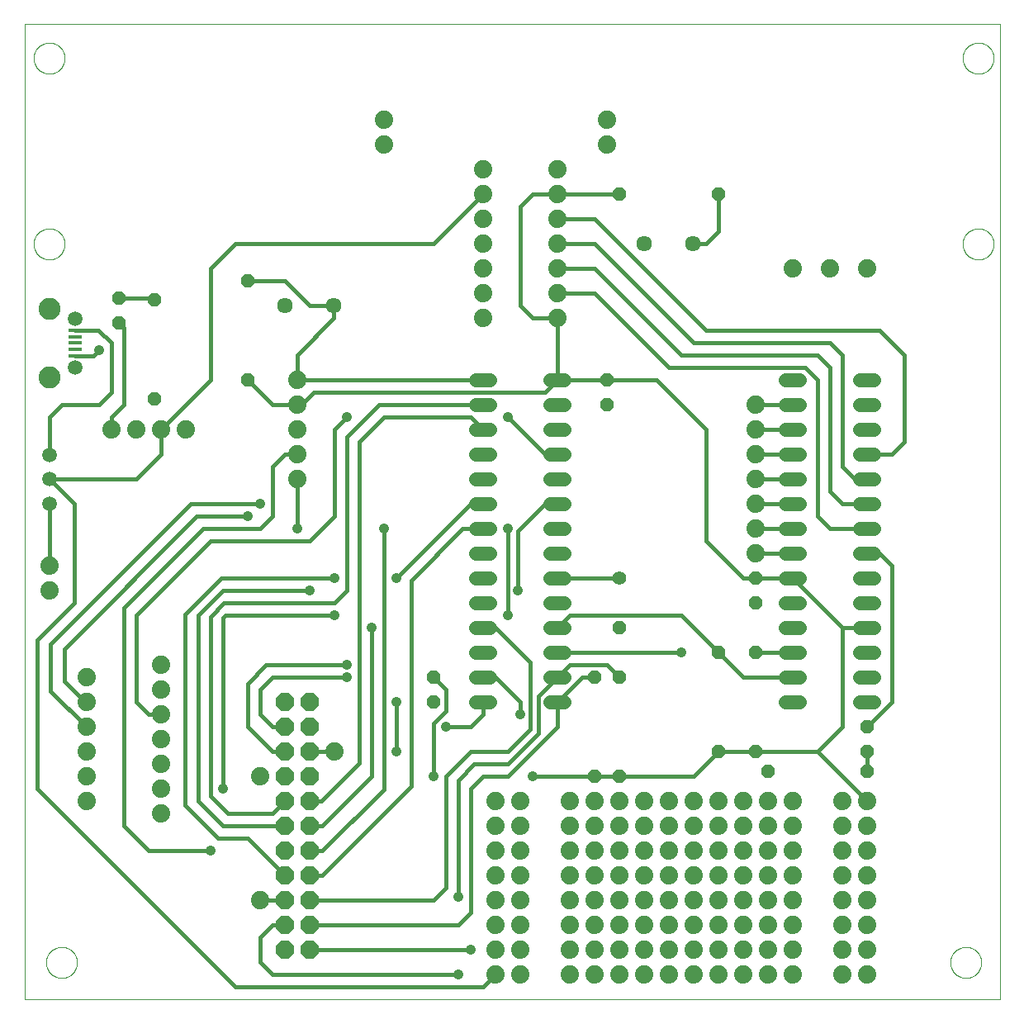
<source format=gtl>
G04 EAGLE Gerber RS-274X export*
G75*
%MOMM*%
%FSLAX34Y34*%
%LPD*%
%INTop Copper*%
%IPPOS*%
%AMOC8*
5,1,8,0,0,1.08239X$1,22.5*%
G01*
%ADD10C,0.000000*%
%ADD11C,1.422400*%
%ADD12R,1.350000X0.400000*%
%ADD13C,1.509600*%
%ADD14C,2.250000*%
%ADD15C,1.879600*%
%ADD16P,1.539592X8X112.500000*%
%ADD17C,1.609600*%
%ADD18P,1.539592X8X292.500000*%
%ADD19C,1.422400*%
%ADD20P,1.539592X8X22.500000*%
%ADD21P,1.539592X8X202.500000*%
%ADD22P,2.034460X8X112.500000*%
%ADD23C,1.058000*%
%ADD24C,0.406400*%


D10*
X0Y0D02*
X1000000Y0D01*
X1000000Y1000000D01*
X0Y1000000D01*
X0Y0D01*
X9525Y965200D02*
X9530Y965590D01*
X9544Y965979D01*
X9568Y966368D01*
X9601Y966756D01*
X9644Y967143D01*
X9697Y967529D01*
X9759Y967914D01*
X9830Y968297D01*
X9911Y968678D01*
X10001Y969057D01*
X10100Y969434D01*
X10209Y969808D01*
X10326Y970180D01*
X10453Y970548D01*
X10589Y970913D01*
X10733Y971275D01*
X10887Y971633D01*
X11049Y971987D01*
X11220Y972338D01*
X11399Y972683D01*
X11587Y973025D01*
X11784Y973361D01*
X11988Y973693D01*
X12200Y974020D01*
X12421Y974341D01*
X12649Y974657D01*
X12885Y974967D01*
X13128Y975271D01*
X13379Y975569D01*
X13637Y975861D01*
X13903Y976146D01*
X14175Y976425D01*
X14454Y976697D01*
X14739Y976963D01*
X15031Y977221D01*
X15329Y977472D01*
X15633Y977715D01*
X15943Y977951D01*
X16259Y978179D01*
X16580Y978400D01*
X16907Y978612D01*
X17239Y978816D01*
X17575Y979013D01*
X17917Y979201D01*
X18262Y979380D01*
X18613Y979551D01*
X18967Y979713D01*
X19325Y979867D01*
X19687Y980011D01*
X20052Y980147D01*
X20420Y980274D01*
X20792Y980391D01*
X21166Y980500D01*
X21543Y980599D01*
X21922Y980689D01*
X22303Y980770D01*
X22686Y980841D01*
X23071Y980903D01*
X23457Y980956D01*
X23844Y980999D01*
X24232Y981032D01*
X24621Y981056D01*
X25010Y981070D01*
X25400Y981075D01*
X25790Y981070D01*
X26179Y981056D01*
X26568Y981032D01*
X26956Y980999D01*
X27343Y980956D01*
X27729Y980903D01*
X28114Y980841D01*
X28497Y980770D01*
X28878Y980689D01*
X29257Y980599D01*
X29634Y980500D01*
X30008Y980391D01*
X30380Y980274D01*
X30748Y980147D01*
X31113Y980011D01*
X31475Y979867D01*
X31833Y979713D01*
X32187Y979551D01*
X32538Y979380D01*
X32883Y979201D01*
X33225Y979013D01*
X33561Y978816D01*
X33893Y978612D01*
X34220Y978400D01*
X34541Y978179D01*
X34857Y977951D01*
X35167Y977715D01*
X35471Y977472D01*
X35769Y977221D01*
X36061Y976963D01*
X36346Y976697D01*
X36625Y976425D01*
X36897Y976146D01*
X37163Y975861D01*
X37421Y975569D01*
X37672Y975271D01*
X37915Y974967D01*
X38151Y974657D01*
X38379Y974341D01*
X38600Y974020D01*
X38812Y973693D01*
X39016Y973361D01*
X39213Y973025D01*
X39401Y972683D01*
X39580Y972338D01*
X39751Y971987D01*
X39913Y971633D01*
X40067Y971275D01*
X40211Y970913D01*
X40347Y970548D01*
X40474Y970180D01*
X40591Y969808D01*
X40700Y969434D01*
X40799Y969057D01*
X40889Y968678D01*
X40970Y968297D01*
X41041Y967914D01*
X41103Y967529D01*
X41156Y967143D01*
X41199Y966756D01*
X41232Y966368D01*
X41256Y965979D01*
X41270Y965590D01*
X41275Y965200D01*
X41270Y964810D01*
X41256Y964421D01*
X41232Y964032D01*
X41199Y963644D01*
X41156Y963257D01*
X41103Y962871D01*
X41041Y962486D01*
X40970Y962103D01*
X40889Y961722D01*
X40799Y961343D01*
X40700Y960966D01*
X40591Y960592D01*
X40474Y960220D01*
X40347Y959852D01*
X40211Y959487D01*
X40067Y959125D01*
X39913Y958767D01*
X39751Y958413D01*
X39580Y958062D01*
X39401Y957717D01*
X39213Y957375D01*
X39016Y957039D01*
X38812Y956707D01*
X38600Y956380D01*
X38379Y956059D01*
X38151Y955743D01*
X37915Y955433D01*
X37672Y955129D01*
X37421Y954831D01*
X37163Y954539D01*
X36897Y954254D01*
X36625Y953975D01*
X36346Y953703D01*
X36061Y953437D01*
X35769Y953179D01*
X35471Y952928D01*
X35167Y952685D01*
X34857Y952449D01*
X34541Y952221D01*
X34220Y952000D01*
X33893Y951788D01*
X33561Y951584D01*
X33225Y951387D01*
X32883Y951199D01*
X32538Y951020D01*
X32187Y950849D01*
X31833Y950687D01*
X31475Y950533D01*
X31113Y950389D01*
X30748Y950253D01*
X30380Y950126D01*
X30008Y950009D01*
X29634Y949900D01*
X29257Y949801D01*
X28878Y949711D01*
X28497Y949630D01*
X28114Y949559D01*
X27729Y949497D01*
X27343Y949444D01*
X26956Y949401D01*
X26568Y949368D01*
X26179Y949344D01*
X25790Y949330D01*
X25400Y949325D01*
X25010Y949330D01*
X24621Y949344D01*
X24232Y949368D01*
X23844Y949401D01*
X23457Y949444D01*
X23071Y949497D01*
X22686Y949559D01*
X22303Y949630D01*
X21922Y949711D01*
X21543Y949801D01*
X21166Y949900D01*
X20792Y950009D01*
X20420Y950126D01*
X20052Y950253D01*
X19687Y950389D01*
X19325Y950533D01*
X18967Y950687D01*
X18613Y950849D01*
X18262Y951020D01*
X17917Y951199D01*
X17575Y951387D01*
X17239Y951584D01*
X16907Y951788D01*
X16580Y952000D01*
X16259Y952221D01*
X15943Y952449D01*
X15633Y952685D01*
X15329Y952928D01*
X15031Y953179D01*
X14739Y953437D01*
X14454Y953703D01*
X14175Y953975D01*
X13903Y954254D01*
X13637Y954539D01*
X13379Y954831D01*
X13128Y955129D01*
X12885Y955433D01*
X12649Y955743D01*
X12421Y956059D01*
X12200Y956380D01*
X11988Y956707D01*
X11784Y957039D01*
X11587Y957375D01*
X11399Y957717D01*
X11220Y958062D01*
X11049Y958413D01*
X10887Y958767D01*
X10733Y959125D01*
X10589Y959487D01*
X10453Y959852D01*
X10326Y960220D01*
X10209Y960592D01*
X10100Y960966D01*
X10001Y961343D01*
X9911Y961722D01*
X9830Y962103D01*
X9759Y962486D01*
X9697Y962871D01*
X9644Y963257D01*
X9601Y963644D01*
X9568Y964032D01*
X9544Y964421D01*
X9530Y964810D01*
X9525Y965200D01*
X9525Y774700D02*
X9530Y775090D01*
X9544Y775479D01*
X9568Y775868D01*
X9601Y776256D01*
X9644Y776643D01*
X9697Y777029D01*
X9759Y777414D01*
X9830Y777797D01*
X9911Y778178D01*
X10001Y778557D01*
X10100Y778934D01*
X10209Y779308D01*
X10326Y779680D01*
X10453Y780048D01*
X10589Y780413D01*
X10733Y780775D01*
X10887Y781133D01*
X11049Y781487D01*
X11220Y781838D01*
X11399Y782183D01*
X11587Y782525D01*
X11784Y782861D01*
X11988Y783193D01*
X12200Y783520D01*
X12421Y783841D01*
X12649Y784157D01*
X12885Y784467D01*
X13128Y784771D01*
X13379Y785069D01*
X13637Y785361D01*
X13903Y785646D01*
X14175Y785925D01*
X14454Y786197D01*
X14739Y786463D01*
X15031Y786721D01*
X15329Y786972D01*
X15633Y787215D01*
X15943Y787451D01*
X16259Y787679D01*
X16580Y787900D01*
X16907Y788112D01*
X17239Y788316D01*
X17575Y788513D01*
X17917Y788701D01*
X18262Y788880D01*
X18613Y789051D01*
X18967Y789213D01*
X19325Y789367D01*
X19687Y789511D01*
X20052Y789647D01*
X20420Y789774D01*
X20792Y789891D01*
X21166Y790000D01*
X21543Y790099D01*
X21922Y790189D01*
X22303Y790270D01*
X22686Y790341D01*
X23071Y790403D01*
X23457Y790456D01*
X23844Y790499D01*
X24232Y790532D01*
X24621Y790556D01*
X25010Y790570D01*
X25400Y790575D01*
X25790Y790570D01*
X26179Y790556D01*
X26568Y790532D01*
X26956Y790499D01*
X27343Y790456D01*
X27729Y790403D01*
X28114Y790341D01*
X28497Y790270D01*
X28878Y790189D01*
X29257Y790099D01*
X29634Y790000D01*
X30008Y789891D01*
X30380Y789774D01*
X30748Y789647D01*
X31113Y789511D01*
X31475Y789367D01*
X31833Y789213D01*
X32187Y789051D01*
X32538Y788880D01*
X32883Y788701D01*
X33225Y788513D01*
X33561Y788316D01*
X33893Y788112D01*
X34220Y787900D01*
X34541Y787679D01*
X34857Y787451D01*
X35167Y787215D01*
X35471Y786972D01*
X35769Y786721D01*
X36061Y786463D01*
X36346Y786197D01*
X36625Y785925D01*
X36897Y785646D01*
X37163Y785361D01*
X37421Y785069D01*
X37672Y784771D01*
X37915Y784467D01*
X38151Y784157D01*
X38379Y783841D01*
X38600Y783520D01*
X38812Y783193D01*
X39016Y782861D01*
X39213Y782525D01*
X39401Y782183D01*
X39580Y781838D01*
X39751Y781487D01*
X39913Y781133D01*
X40067Y780775D01*
X40211Y780413D01*
X40347Y780048D01*
X40474Y779680D01*
X40591Y779308D01*
X40700Y778934D01*
X40799Y778557D01*
X40889Y778178D01*
X40970Y777797D01*
X41041Y777414D01*
X41103Y777029D01*
X41156Y776643D01*
X41199Y776256D01*
X41232Y775868D01*
X41256Y775479D01*
X41270Y775090D01*
X41275Y774700D01*
X41270Y774310D01*
X41256Y773921D01*
X41232Y773532D01*
X41199Y773144D01*
X41156Y772757D01*
X41103Y772371D01*
X41041Y771986D01*
X40970Y771603D01*
X40889Y771222D01*
X40799Y770843D01*
X40700Y770466D01*
X40591Y770092D01*
X40474Y769720D01*
X40347Y769352D01*
X40211Y768987D01*
X40067Y768625D01*
X39913Y768267D01*
X39751Y767913D01*
X39580Y767562D01*
X39401Y767217D01*
X39213Y766875D01*
X39016Y766539D01*
X38812Y766207D01*
X38600Y765880D01*
X38379Y765559D01*
X38151Y765243D01*
X37915Y764933D01*
X37672Y764629D01*
X37421Y764331D01*
X37163Y764039D01*
X36897Y763754D01*
X36625Y763475D01*
X36346Y763203D01*
X36061Y762937D01*
X35769Y762679D01*
X35471Y762428D01*
X35167Y762185D01*
X34857Y761949D01*
X34541Y761721D01*
X34220Y761500D01*
X33893Y761288D01*
X33561Y761084D01*
X33225Y760887D01*
X32883Y760699D01*
X32538Y760520D01*
X32187Y760349D01*
X31833Y760187D01*
X31475Y760033D01*
X31113Y759889D01*
X30748Y759753D01*
X30380Y759626D01*
X30008Y759509D01*
X29634Y759400D01*
X29257Y759301D01*
X28878Y759211D01*
X28497Y759130D01*
X28114Y759059D01*
X27729Y758997D01*
X27343Y758944D01*
X26956Y758901D01*
X26568Y758868D01*
X26179Y758844D01*
X25790Y758830D01*
X25400Y758825D01*
X25010Y758830D01*
X24621Y758844D01*
X24232Y758868D01*
X23844Y758901D01*
X23457Y758944D01*
X23071Y758997D01*
X22686Y759059D01*
X22303Y759130D01*
X21922Y759211D01*
X21543Y759301D01*
X21166Y759400D01*
X20792Y759509D01*
X20420Y759626D01*
X20052Y759753D01*
X19687Y759889D01*
X19325Y760033D01*
X18967Y760187D01*
X18613Y760349D01*
X18262Y760520D01*
X17917Y760699D01*
X17575Y760887D01*
X17239Y761084D01*
X16907Y761288D01*
X16580Y761500D01*
X16259Y761721D01*
X15943Y761949D01*
X15633Y762185D01*
X15329Y762428D01*
X15031Y762679D01*
X14739Y762937D01*
X14454Y763203D01*
X14175Y763475D01*
X13903Y763754D01*
X13637Y764039D01*
X13379Y764331D01*
X13128Y764629D01*
X12885Y764933D01*
X12649Y765243D01*
X12421Y765559D01*
X12200Y765880D01*
X11988Y766207D01*
X11784Y766539D01*
X11587Y766875D01*
X11399Y767217D01*
X11220Y767562D01*
X11049Y767913D01*
X10887Y768267D01*
X10733Y768625D01*
X10589Y768987D01*
X10453Y769352D01*
X10326Y769720D01*
X10209Y770092D01*
X10100Y770466D01*
X10001Y770843D01*
X9911Y771222D01*
X9830Y771603D01*
X9759Y771986D01*
X9697Y772371D01*
X9644Y772757D01*
X9601Y773144D01*
X9568Y773532D01*
X9544Y773921D01*
X9530Y774310D01*
X9525Y774700D01*
X962025Y965200D02*
X962030Y965590D01*
X962044Y965979D01*
X962068Y966368D01*
X962101Y966756D01*
X962144Y967143D01*
X962197Y967529D01*
X962259Y967914D01*
X962330Y968297D01*
X962411Y968678D01*
X962501Y969057D01*
X962600Y969434D01*
X962709Y969808D01*
X962826Y970180D01*
X962953Y970548D01*
X963089Y970913D01*
X963233Y971275D01*
X963387Y971633D01*
X963549Y971987D01*
X963720Y972338D01*
X963899Y972683D01*
X964087Y973025D01*
X964284Y973361D01*
X964488Y973693D01*
X964700Y974020D01*
X964921Y974341D01*
X965149Y974657D01*
X965385Y974967D01*
X965628Y975271D01*
X965879Y975569D01*
X966137Y975861D01*
X966403Y976146D01*
X966675Y976425D01*
X966954Y976697D01*
X967239Y976963D01*
X967531Y977221D01*
X967829Y977472D01*
X968133Y977715D01*
X968443Y977951D01*
X968759Y978179D01*
X969080Y978400D01*
X969407Y978612D01*
X969739Y978816D01*
X970075Y979013D01*
X970417Y979201D01*
X970762Y979380D01*
X971113Y979551D01*
X971467Y979713D01*
X971825Y979867D01*
X972187Y980011D01*
X972552Y980147D01*
X972920Y980274D01*
X973292Y980391D01*
X973666Y980500D01*
X974043Y980599D01*
X974422Y980689D01*
X974803Y980770D01*
X975186Y980841D01*
X975571Y980903D01*
X975957Y980956D01*
X976344Y980999D01*
X976732Y981032D01*
X977121Y981056D01*
X977510Y981070D01*
X977900Y981075D01*
X978290Y981070D01*
X978679Y981056D01*
X979068Y981032D01*
X979456Y980999D01*
X979843Y980956D01*
X980229Y980903D01*
X980614Y980841D01*
X980997Y980770D01*
X981378Y980689D01*
X981757Y980599D01*
X982134Y980500D01*
X982508Y980391D01*
X982880Y980274D01*
X983248Y980147D01*
X983613Y980011D01*
X983975Y979867D01*
X984333Y979713D01*
X984687Y979551D01*
X985038Y979380D01*
X985383Y979201D01*
X985725Y979013D01*
X986061Y978816D01*
X986393Y978612D01*
X986720Y978400D01*
X987041Y978179D01*
X987357Y977951D01*
X987667Y977715D01*
X987971Y977472D01*
X988269Y977221D01*
X988561Y976963D01*
X988846Y976697D01*
X989125Y976425D01*
X989397Y976146D01*
X989663Y975861D01*
X989921Y975569D01*
X990172Y975271D01*
X990415Y974967D01*
X990651Y974657D01*
X990879Y974341D01*
X991100Y974020D01*
X991312Y973693D01*
X991516Y973361D01*
X991713Y973025D01*
X991901Y972683D01*
X992080Y972338D01*
X992251Y971987D01*
X992413Y971633D01*
X992567Y971275D01*
X992711Y970913D01*
X992847Y970548D01*
X992974Y970180D01*
X993091Y969808D01*
X993200Y969434D01*
X993299Y969057D01*
X993389Y968678D01*
X993470Y968297D01*
X993541Y967914D01*
X993603Y967529D01*
X993656Y967143D01*
X993699Y966756D01*
X993732Y966368D01*
X993756Y965979D01*
X993770Y965590D01*
X993775Y965200D01*
X993770Y964810D01*
X993756Y964421D01*
X993732Y964032D01*
X993699Y963644D01*
X993656Y963257D01*
X993603Y962871D01*
X993541Y962486D01*
X993470Y962103D01*
X993389Y961722D01*
X993299Y961343D01*
X993200Y960966D01*
X993091Y960592D01*
X992974Y960220D01*
X992847Y959852D01*
X992711Y959487D01*
X992567Y959125D01*
X992413Y958767D01*
X992251Y958413D01*
X992080Y958062D01*
X991901Y957717D01*
X991713Y957375D01*
X991516Y957039D01*
X991312Y956707D01*
X991100Y956380D01*
X990879Y956059D01*
X990651Y955743D01*
X990415Y955433D01*
X990172Y955129D01*
X989921Y954831D01*
X989663Y954539D01*
X989397Y954254D01*
X989125Y953975D01*
X988846Y953703D01*
X988561Y953437D01*
X988269Y953179D01*
X987971Y952928D01*
X987667Y952685D01*
X987357Y952449D01*
X987041Y952221D01*
X986720Y952000D01*
X986393Y951788D01*
X986061Y951584D01*
X985725Y951387D01*
X985383Y951199D01*
X985038Y951020D01*
X984687Y950849D01*
X984333Y950687D01*
X983975Y950533D01*
X983613Y950389D01*
X983248Y950253D01*
X982880Y950126D01*
X982508Y950009D01*
X982134Y949900D01*
X981757Y949801D01*
X981378Y949711D01*
X980997Y949630D01*
X980614Y949559D01*
X980229Y949497D01*
X979843Y949444D01*
X979456Y949401D01*
X979068Y949368D01*
X978679Y949344D01*
X978290Y949330D01*
X977900Y949325D01*
X977510Y949330D01*
X977121Y949344D01*
X976732Y949368D01*
X976344Y949401D01*
X975957Y949444D01*
X975571Y949497D01*
X975186Y949559D01*
X974803Y949630D01*
X974422Y949711D01*
X974043Y949801D01*
X973666Y949900D01*
X973292Y950009D01*
X972920Y950126D01*
X972552Y950253D01*
X972187Y950389D01*
X971825Y950533D01*
X971467Y950687D01*
X971113Y950849D01*
X970762Y951020D01*
X970417Y951199D01*
X970075Y951387D01*
X969739Y951584D01*
X969407Y951788D01*
X969080Y952000D01*
X968759Y952221D01*
X968443Y952449D01*
X968133Y952685D01*
X967829Y952928D01*
X967531Y953179D01*
X967239Y953437D01*
X966954Y953703D01*
X966675Y953975D01*
X966403Y954254D01*
X966137Y954539D01*
X965879Y954831D01*
X965628Y955129D01*
X965385Y955433D01*
X965149Y955743D01*
X964921Y956059D01*
X964700Y956380D01*
X964488Y956707D01*
X964284Y957039D01*
X964087Y957375D01*
X963899Y957717D01*
X963720Y958062D01*
X963549Y958413D01*
X963387Y958767D01*
X963233Y959125D01*
X963089Y959487D01*
X962953Y959852D01*
X962826Y960220D01*
X962709Y960592D01*
X962600Y960966D01*
X962501Y961343D01*
X962411Y961722D01*
X962330Y962103D01*
X962259Y962486D01*
X962197Y962871D01*
X962144Y963257D01*
X962101Y963644D01*
X962068Y964032D01*
X962044Y964421D01*
X962030Y964810D01*
X962025Y965200D01*
X962025Y774700D02*
X962030Y775090D01*
X962044Y775479D01*
X962068Y775868D01*
X962101Y776256D01*
X962144Y776643D01*
X962197Y777029D01*
X962259Y777414D01*
X962330Y777797D01*
X962411Y778178D01*
X962501Y778557D01*
X962600Y778934D01*
X962709Y779308D01*
X962826Y779680D01*
X962953Y780048D01*
X963089Y780413D01*
X963233Y780775D01*
X963387Y781133D01*
X963549Y781487D01*
X963720Y781838D01*
X963899Y782183D01*
X964087Y782525D01*
X964284Y782861D01*
X964488Y783193D01*
X964700Y783520D01*
X964921Y783841D01*
X965149Y784157D01*
X965385Y784467D01*
X965628Y784771D01*
X965879Y785069D01*
X966137Y785361D01*
X966403Y785646D01*
X966675Y785925D01*
X966954Y786197D01*
X967239Y786463D01*
X967531Y786721D01*
X967829Y786972D01*
X968133Y787215D01*
X968443Y787451D01*
X968759Y787679D01*
X969080Y787900D01*
X969407Y788112D01*
X969739Y788316D01*
X970075Y788513D01*
X970417Y788701D01*
X970762Y788880D01*
X971113Y789051D01*
X971467Y789213D01*
X971825Y789367D01*
X972187Y789511D01*
X972552Y789647D01*
X972920Y789774D01*
X973292Y789891D01*
X973666Y790000D01*
X974043Y790099D01*
X974422Y790189D01*
X974803Y790270D01*
X975186Y790341D01*
X975571Y790403D01*
X975957Y790456D01*
X976344Y790499D01*
X976732Y790532D01*
X977121Y790556D01*
X977510Y790570D01*
X977900Y790575D01*
X978290Y790570D01*
X978679Y790556D01*
X979068Y790532D01*
X979456Y790499D01*
X979843Y790456D01*
X980229Y790403D01*
X980614Y790341D01*
X980997Y790270D01*
X981378Y790189D01*
X981757Y790099D01*
X982134Y790000D01*
X982508Y789891D01*
X982880Y789774D01*
X983248Y789647D01*
X983613Y789511D01*
X983975Y789367D01*
X984333Y789213D01*
X984687Y789051D01*
X985038Y788880D01*
X985383Y788701D01*
X985725Y788513D01*
X986061Y788316D01*
X986393Y788112D01*
X986720Y787900D01*
X987041Y787679D01*
X987357Y787451D01*
X987667Y787215D01*
X987971Y786972D01*
X988269Y786721D01*
X988561Y786463D01*
X988846Y786197D01*
X989125Y785925D01*
X989397Y785646D01*
X989663Y785361D01*
X989921Y785069D01*
X990172Y784771D01*
X990415Y784467D01*
X990651Y784157D01*
X990879Y783841D01*
X991100Y783520D01*
X991312Y783193D01*
X991516Y782861D01*
X991713Y782525D01*
X991901Y782183D01*
X992080Y781838D01*
X992251Y781487D01*
X992413Y781133D01*
X992567Y780775D01*
X992711Y780413D01*
X992847Y780048D01*
X992974Y779680D01*
X993091Y779308D01*
X993200Y778934D01*
X993299Y778557D01*
X993389Y778178D01*
X993470Y777797D01*
X993541Y777414D01*
X993603Y777029D01*
X993656Y776643D01*
X993699Y776256D01*
X993732Y775868D01*
X993756Y775479D01*
X993770Y775090D01*
X993775Y774700D01*
X993770Y774310D01*
X993756Y773921D01*
X993732Y773532D01*
X993699Y773144D01*
X993656Y772757D01*
X993603Y772371D01*
X993541Y771986D01*
X993470Y771603D01*
X993389Y771222D01*
X993299Y770843D01*
X993200Y770466D01*
X993091Y770092D01*
X992974Y769720D01*
X992847Y769352D01*
X992711Y768987D01*
X992567Y768625D01*
X992413Y768267D01*
X992251Y767913D01*
X992080Y767562D01*
X991901Y767217D01*
X991713Y766875D01*
X991516Y766539D01*
X991312Y766207D01*
X991100Y765880D01*
X990879Y765559D01*
X990651Y765243D01*
X990415Y764933D01*
X990172Y764629D01*
X989921Y764331D01*
X989663Y764039D01*
X989397Y763754D01*
X989125Y763475D01*
X988846Y763203D01*
X988561Y762937D01*
X988269Y762679D01*
X987971Y762428D01*
X987667Y762185D01*
X987357Y761949D01*
X987041Y761721D01*
X986720Y761500D01*
X986393Y761288D01*
X986061Y761084D01*
X985725Y760887D01*
X985383Y760699D01*
X985038Y760520D01*
X984687Y760349D01*
X984333Y760187D01*
X983975Y760033D01*
X983613Y759889D01*
X983248Y759753D01*
X982880Y759626D01*
X982508Y759509D01*
X982134Y759400D01*
X981757Y759301D01*
X981378Y759211D01*
X980997Y759130D01*
X980614Y759059D01*
X980229Y758997D01*
X979843Y758944D01*
X979456Y758901D01*
X979068Y758868D01*
X978679Y758844D01*
X978290Y758830D01*
X977900Y758825D01*
X977510Y758830D01*
X977121Y758844D01*
X976732Y758868D01*
X976344Y758901D01*
X975957Y758944D01*
X975571Y758997D01*
X975186Y759059D01*
X974803Y759130D01*
X974422Y759211D01*
X974043Y759301D01*
X973666Y759400D01*
X973292Y759509D01*
X972920Y759626D01*
X972552Y759753D01*
X972187Y759889D01*
X971825Y760033D01*
X971467Y760187D01*
X971113Y760349D01*
X970762Y760520D01*
X970417Y760699D01*
X970075Y760887D01*
X969739Y761084D01*
X969407Y761288D01*
X969080Y761500D01*
X968759Y761721D01*
X968443Y761949D01*
X968133Y762185D01*
X967829Y762428D01*
X967531Y762679D01*
X967239Y762937D01*
X966954Y763203D01*
X966675Y763475D01*
X966403Y763754D01*
X966137Y764039D01*
X965879Y764331D01*
X965628Y764629D01*
X965385Y764933D01*
X965149Y765243D01*
X964921Y765559D01*
X964700Y765880D01*
X964488Y766207D01*
X964284Y766539D01*
X964087Y766875D01*
X963899Y767217D01*
X963720Y767562D01*
X963549Y767913D01*
X963387Y768267D01*
X963233Y768625D01*
X963089Y768987D01*
X962953Y769352D01*
X962826Y769720D01*
X962709Y770092D01*
X962600Y770466D01*
X962501Y770843D01*
X962411Y771222D01*
X962330Y771603D01*
X962259Y771986D01*
X962197Y772371D01*
X962144Y772757D01*
X962101Y773144D01*
X962068Y773532D01*
X962044Y773921D01*
X962030Y774310D01*
X962025Y774700D01*
X22225Y38100D02*
X22230Y38490D01*
X22244Y38879D01*
X22268Y39268D01*
X22301Y39656D01*
X22344Y40043D01*
X22397Y40429D01*
X22459Y40814D01*
X22530Y41197D01*
X22611Y41578D01*
X22701Y41957D01*
X22800Y42334D01*
X22909Y42708D01*
X23026Y43080D01*
X23153Y43448D01*
X23289Y43813D01*
X23433Y44175D01*
X23587Y44533D01*
X23749Y44887D01*
X23920Y45238D01*
X24099Y45583D01*
X24287Y45925D01*
X24484Y46261D01*
X24688Y46593D01*
X24900Y46920D01*
X25121Y47241D01*
X25349Y47557D01*
X25585Y47867D01*
X25828Y48171D01*
X26079Y48469D01*
X26337Y48761D01*
X26603Y49046D01*
X26875Y49325D01*
X27154Y49597D01*
X27439Y49863D01*
X27731Y50121D01*
X28029Y50372D01*
X28333Y50615D01*
X28643Y50851D01*
X28959Y51079D01*
X29280Y51300D01*
X29607Y51512D01*
X29939Y51716D01*
X30275Y51913D01*
X30617Y52101D01*
X30962Y52280D01*
X31313Y52451D01*
X31667Y52613D01*
X32025Y52767D01*
X32387Y52911D01*
X32752Y53047D01*
X33120Y53174D01*
X33492Y53291D01*
X33866Y53400D01*
X34243Y53499D01*
X34622Y53589D01*
X35003Y53670D01*
X35386Y53741D01*
X35771Y53803D01*
X36157Y53856D01*
X36544Y53899D01*
X36932Y53932D01*
X37321Y53956D01*
X37710Y53970D01*
X38100Y53975D01*
X38490Y53970D01*
X38879Y53956D01*
X39268Y53932D01*
X39656Y53899D01*
X40043Y53856D01*
X40429Y53803D01*
X40814Y53741D01*
X41197Y53670D01*
X41578Y53589D01*
X41957Y53499D01*
X42334Y53400D01*
X42708Y53291D01*
X43080Y53174D01*
X43448Y53047D01*
X43813Y52911D01*
X44175Y52767D01*
X44533Y52613D01*
X44887Y52451D01*
X45238Y52280D01*
X45583Y52101D01*
X45925Y51913D01*
X46261Y51716D01*
X46593Y51512D01*
X46920Y51300D01*
X47241Y51079D01*
X47557Y50851D01*
X47867Y50615D01*
X48171Y50372D01*
X48469Y50121D01*
X48761Y49863D01*
X49046Y49597D01*
X49325Y49325D01*
X49597Y49046D01*
X49863Y48761D01*
X50121Y48469D01*
X50372Y48171D01*
X50615Y47867D01*
X50851Y47557D01*
X51079Y47241D01*
X51300Y46920D01*
X51512Y46593D01*
X51716Y46261D01*
X51913Y45925D01*
X52101Y45583D01*
X52280Y45238D01*
X52451Y44887D01*
X52613Y44533D01*
X52767Y44175D01*
X52911Y43813D01*
X53047Y43448D01*
X53174Y43080D01*
X53291Y42708D01*
X53400Y42334D01*
X53499Y41957D01*
X53589Y41578D01*
X53670Y41197D01*
X53741Y40814D01*
X53803Y40429D01*
X53856Y40043D01*
X53899Y39656D01*
X53932Y39268D01*
X53956Y38879D01*
X53970Y38490D01*
X53975Y38100D01*
X53970Y37710D01*
X53956Y37321D01*
X53932Y36932D01*
X53899Y36544D01*
X53856Y36157D01*
X53803Y35771D01*
X53741Y35386D01*
X53670Y35003D01*
X53589Y34622D01*
X53499Y34243D01*
X53400Y33866D01*
X53291Y33492D01*
X53174Y33120D01*
X53047Y32752D01*
X52911Y32387D01*
X52767Y32025D01*
X52613Y31667D01*
X52451Y31313D01*
X52280Y30962D01*
X52101Y30617D01*
X51913Y30275D01*
X51716Y29939D01*
X51512Y29607D01*
X51300Y29280D01*
X51079Y28959D01*
X50851Y28643D01*
X50615Y28333D01*
X50372Y28029D01*
X50121Y27731D01*
X49863Y27439D01*
X49597Y27154D01*
X49325Y26875D01*
X49046Y26603D01*
X48761Y26337D01*
X48469Y26079D01*
X48171Y25828D01*
X47867Y25585D01*
X47557Y25349D01*
X47241Y25121D01*
X46920Y24900D01*
X46593Y24688D01*
X46261Y24484D01*
X45925Y24287D01*
X45583Y24099D01*
X45238Y23920D01*
X44887Y23749D01*
X44533Y23587D01*
X44175Y23433D01*
X43813Y23289D01*
X43448Y23153D01*
X43080Y23026D01*
X42708Y22909D01*
X42334Y22800D01*
X41957Y22701D01*
X41578Y22611D01*
X41197Y22530D01*
X40814Y22459D01*
X40429Y22397D01*
X40043Y22344D01*
X39656Y22301D01*
X39268Y22268D01*
X38879Y22244D01*
X38490Y22230D01*
X38100Y22225D01*
X37710Y22230D01*
X37321Y22244D01*
X36932Y22268D01*
X36544Y22301D01*
X36157Y22344D01*
X35771Y22397D01*
X35386Y22459D01*
X35003Y22530D01*
X34622Y22611D01*
X34243Y22701D01*
X33866Y22800D01*
X33492Y22909D01*
X33120Y23026D01*
X32752Y23153D01*
X32387Y23289D01*
X32025Y23433D01*
X31667Y23587D01*
X31313Y23749D01*
X30962Y23920D01*
X30617Y24099D01*
X30275Y24287D01*
X29939Y24484D01*
X29607Y24688D01*
X29280Y24900D01*
X28959Y25121D01*
X28643Y25349D01*
X28333Y25585D01*
X28029Y25828D01*
X27731Y26079D01*
X27439Y26337D01*
X27154Y26603D01*
X26875Y26875D01*
X26603Y27154D01*
X26337Y27439D01*
X26079Y27731D01*
X25828Y28029D01*
X25585Y28333D01*
X25349Y28643D01*
X25121Y28959D01*
X24900Y29280D01*
X24688Y29607D01*
X24484Y29939D01*
X24287Y30275D01*
X24099Y30617D01*
X23920Y30962D01*
X23749Y31313D01*
X23587Y31667D01*
X23433Y32025D01*
X23289Y32387D01*
X23153Y32752D01*
X23026Y33120D01*
X22909Y33492D01*
X22800Y33866D01*
X22701Y34243D01*
X22611Y34622D01*
X22530Y35003D01*
X22459Y35386D01*
X22397Y35771D01*
X22344Y36157D01*
X22301Y36544D01*
X22268Y36932D01*
X22244Y37321D01*
X22230Y37710D01*
X22225Y38100D01*
X949325Y38100D02*
X949330Y38490D01*
X949344Y38879D01*
X949368Y39268D01*
X949401Y39656D01*
X949444Y40043D01*
X949497Y40429D01*
X949559Y40814D01*
X949630Y41197D01*
X949711Y41578D01*
X949801Y41957D01*
X949900Y42334D01*
X950009Y42708D01*
X950126Y43080D01*
X950253Y43448D01*
X950389Y43813D01*
X950533Y44175D01*
X950687Y44533D01*
X950849Y44887D01*
X951020Y45238D01*
X951199Y45583D01*
X951387Y45925D01*
X951584Y46261D01*
X951788Y46593D01*
X952000Y46920D01*
X952221Y47241D01*
X952449Y47557D01*
X952685Y47867D01*
X952928Y48171D01*
X953179Y48469D01*
X953437Y48761D01*
X953703Y49046D01*
X953975Y49325D01*
X954254Y49597D01*
X954539Y49863D01*
X954831Y50121D01*
X955129Y50372D01*
X955433Y50615D01*
X955743Y50851D01*
X956059Y51079D01*
X956380Y51300D01*
X956707Y51512D01*
X957039Y51716D01*
X957375Y51913D01*
X957717Y52101D01*
X958062Y52280D01*
X958413Y52451D01*
X958767Y52613D01*
X959125Y52767D01*
X959487Y52911D01*
X959852Y53047D01*
X960220Y53174D01*
X960592Y53291D01*
X960966Y53400D01*
X961343Y53499D01*
X961722Y53589D01*
X962103Y53670D01*
X962486Y53741D01*
X962871Y53803D01*
X963257Y53856D01*
X963644Y53899D01*
X964032Y53932D01*
X964421Y53956D01*
X964810Y53970D01*
X965200Y53975D01*
X965590Y53970D01*
X965979Y53956D01*
X966368Y53932D01*
X966756Y53899D01*
X967143Y53856D01*
X967529Y53803D01*
X967914Y53741D01*
X968297Y53670D01*
X968678Y53589D01*
X969057Y53499D01*
X969434Y53400D01*
X969808Y53291D01*
X970180Y53174D01*
X970548Y53047D01*
X970913Y52911D01*
X971275Y52767D01*
X971633Y52613D01*
X971987Y52451D01*
X972338Y52280D01*
X972683Y52101D01*
X973025Y51913D01*
X973361Y51716D01*
X973693Y51512D01*
X974020Y51300D01*
X974341Y51079D01*
X974657Y50851D01*
X974967Y50615D01*
X975271Y50372D01*
X975569Y50121D01*
X975861Y49863D01*
X976146Y49597D01*
X976425Y49325D01*
X976697Y49046D01*
X976963Y48761D01*
X977221Y48469D01*
X977472Y48171D01*
X977715Y47867D01*
X977951Y47557D01*
X978179Y47241D01*
X978400Y46920D01*
X978612Y46593D01*
X978816Y46261D01*
X979013Y45925D01*
X979201Y45583D01*
X979380Y45238D01*
X979551Y44887D01*
X979713Y44533D01*
X979867Y44175D01*
X980011Y43813D01*
X980147Y43448D01*
X980274Y43080D01*
X980391Y42708D01*
X980500Y42334D01*
X980599Y41957D01*
X980689Y41578D01*
X980770Y41197D01*
X980841Y40814D01*
X980903Y40429D01*
X980956Y40043D01*
X980999Y39656D01*
X981032Y39268D01*
X981056Y38879D01*
X981070Y38490D01*
X981075Y38100D01*
X981070Y37710D01*
X981056Y37321D01*
X981032Y36932D01*
X980999Y36544D01*
X980956Y36157D01*
X980903Y35771D01*
X980841Y35386D01*
X980770Y35003D01*
X980689Y34622D01*
X980599Y34243D01*
X980500Y33866D01*
X980391Y33492D01*
X980274Y33120D01*
X980147Y32752D01*
X980011Y32387D01*
X979867Y32025D01*
X979713Y31667D01*
X979551Y31313D01*
X979380Y30962D01*
X979201Y30617D01*
X979013Y30275D01*
X978816Y29939D01*
X978612Y29607D01*
X978400Y29280D01*
X978179Y28959D01*
X977951Y28643D01*
X977715Y28333D01*
X977472Y28029D01*
X977221Y27731D01*
X976963Y27439D01*
X976697Y27154D01*
X976425Y26875D01*
X976146Y26603D01*
X975861Y26337D01*
X975569Y26079D01*
X975271Y25828D01*
X974967Y25585D01*
X974657Y25349D01*
X974341Y25121D01*
X974020Y24900D01*
X973693Y24688D01*
X973361Y24484D01*
X973025Y24287D01*
X972683Y24099D01*
X972338Y23920D01*
X971987Y23749D01*
X971633Y23587D01*
X971275Y23433D01*
X970913Y23289D01*
X970548Y23153D01*
X970180Y23026D01*
X969808Y22909D01*
X969434Y22800D01*
X969057Y22701D01*
X968678Y22611D01*
X968297Y22530D01*
X967914Y22459D01*
X967529Y22397D01*
X967143Y22344D01*
X966756Y22301D01*
X966368Y22268D01*
X965979Y22244D01*
X965590Y22230D01*
X965200Y22225D01*
X964810Y22230D01*
X964421Y22244D01*
X964032Y22268D01*
X963644Y22301D01*
X963257Y22344D01*
X962871Y22397D01*
X962486Y22459D01*
X962103Y22530D01*
X961722Y22611D01*
X961343Y22701D01*
X960966Y22800D01*
X960592Y22909D01*
X960220Y23026D01*
X959852Y23153D01*
X959487Y23289D01*
X959125Y23433D01*
X958767Y23587D01*
X958413Y23749D01*
X958062Y23920D01*
X957717Y24099D01*
X957375Y24287D01*
X957039Y24484D01*
X956707Y24688D01*
X956380Y24900D01*
X956059Y25121D01*
X955743Y25349D01*
X955433Y25585D01*
X955129Y25828D01*
X954831Y26079D01*
X954539Y26337D01*
X954254Y26603D01*
X953975Y26875D01*
X953703Y27154D01*
X953437Y27439D01*
X953179Y27731D01*
X952928Y28029D01*
X952685Y28333D01*
X952449Y28643D01*
X952221Y28959D01*
X952000Y29280D01*
X951788Y29607D01*
X951584Y29939D01*
X951387Y30275D01*
X951199Y30617D01*
X951020Y30962D01*
X950849Y31313D01*
X950687Y31667D01*
X950533Y32025D01*
X950389Y32387D01*
X950253Y32752D01*
X950126Y33120D01*
X950009Y33492D01*
X949900Y33866D01*
X949801Y34243D01*
X949711Y34622D01*
X949630Y35003D01*
X949559Y35386D01*
X949497Y35771D01*
X949444Y36157D01*
X949401Y36544D01*
X949368Y36932D01*
X949344Y37321D01*
X949330Y37710D01*
X949325Y38100D01*
D11*
X477012Y635000D02*
X462788Y635000D01*
X462788Y609600D02*
X477012Y609600D01*
X477012Y584200D02*
X462788Y584200D01*
X462788Y558800D02*
X477012Y558800D01*
X477012Y533400D02*
X462788Y533400D01*
X462788Y508000D02*
X477012Y508000D01*
X477012Y482600D02*
X462788Y482600D01*
X462788Y457200D02*
X477012Y457200D01*
X477012Y431800D02*
X462788Y431800D01*
X462788Y406400D02*
X477012Y406400D01*
X477012Y381000D02*
X462788Y381000D01*
X462788Y355600D02*
X477012Y355600D01*
X477012Y330200D02*
X462788Y330200D01*
X462788Y304800D02*
X477012Y304800D01*
X538988Y304800D02*
X553212Y304800D01*
X553212Y330200D02*
X538988Y330200D01*
X538988Y355600D02*
X553212Y355600D01*
X553212Y381000D02*
X538988Y381000D01*
X538988Y406400D02*
X553212Y406400D01*
X553212Y431800D02*
X538988Y431800D01*
X538988Y457200D02*
X553212Y457200D01*
X553212Y482600D02*
X538988Y482600D01*
X538988Y508000D02*
X553212Y508000D01*
X553212Y533400D02*
X538988Y533400D01*
X538988Y558800D02*
X553212Y558800D01*
X553212Y584200D02*
X538988Y584200D01*
X538988Y609600D02*
X553212Y609600D01*
X553212Y635000D02*
X538988Y635000D01*
D12*
X52400Y686100D03*
X52400Y679600D03*
X52400Y673100D03*
X52400Y666600D03*
X52400Y660100D03*
D13*
X52400Y698100D03*
X52400Y648100D03*
D14*
X25400Y708100D03*
X25400Y638100D03*
D15*
X25400Y419100D03*
X25400Y444500D03*
D13*
X25400Y558400D03*
X25400Y533400D03*
X25400Y508400D03*
D15*
X88900Y584200D03*
X114300Y584200D03*
X139700Y584200D03*
X165100Y584200D03*
D16*
X96520Y693420D03*
X96520Y718820D03*
X133350Y615950D03*
X133350Y717550D03*
D15*
X279400Y635000D03*
X279400Y609600D03*
X279400Y584200D03*
X279400Y558800D03*
X279400Y533400D03*
D17*
X267100Y711200D03*
X317100Y711200D03*
D18*
X228600Y736600D03*
X228600Y635000D03*
X596900Y635000D03*
X596900Y609600D03*
D19*
X609600Y431800D03*
D18*
X609600Y381000D03*
X419100Y330200D03*
X419100Y304800D03*
D15*
X63500Y330200D03*
X63500Y304800D03*
X63500Y279400D03*
X63500Y254000D03*
X63500Y228600D03*
X63500Y203200D03*
X139700Y342900D03*
X139700Y317500D03*
X139700Y292100D03*
X139700Y266700D03*
X139700Y241300D03*
X139700Y215900D03*
X139700Y190500D03*
D11*
X780288Y635000D02*
X794512Y635000D01*
X794512Y609600D02*
X780288Y609600D01*
X780288Y584200D02*
X794512Y584200D01*
X794512Y558800D02*
X780288Y558800D01*
X780288Y533400D02*
X794512Y533400D01*
X794512Y508000D02*
X780288Y508000D01*
X780288Y482600D02*
X794512Y482600D01*
X794512Y457200D02*
X780288Y457200D01*
X780288Y431800D02*
X794512Y431800D01*
X794512Y406400D02*
X780288Y406400D01*
X780288Y381000D02*
X794512Y381000D01*
X794512Y355600D02*
X780288Y355600D01*
X780288Y330200D02*
X794512Y330200D01*
X794512Y304800D02*
X780288Y304800D01*
X856488Y304800D02*
X870712Y304800D01*
X870712Y330200D02*
X856488Y330200D01*
X856488Y355600D02*
X870712Y355600D01*
X870712Y381000D02*
X856488Y381000D01*
X856488Y406400D02*
X870712Y406400D01*
X870712Y431800D02*
X856488Y431800D01*
X856488Y457200D02*
X870712Y457200D01*
X870712Y482600D02*
X856488Y482600D01*
X856488Y508000D02*
X870712Y508000D01*
X870712Y533400D02*
X856488Y533400D01*
X856488Y558800D02*
X870712Y558800D01*
X870712Y584200D02*
X856488Y584200D01*
X856488Y609600D02*
X870712Y609600D01*
X870712Y635000D02*
X856488Y635000D01*
D18*
X749300Y431800D03*
X749300Y406400D03*
X749300Y355600D03*
X749300Y254000D03*
X711200Y355600D03*
X711200Y254000D03*
X863600Y279400D03*
X863600Y254000D03*
D20*
X762000Y233680D03*
X863600Y233680D03*
D17*
X635400Y774700D03*
X685400Y774700D03*
D21*
X711200Y825500D03*
X609600Y825500D03*
D15*
X469900Y850900D03*
X469900Y825500D03*
X469900Y800100D03*
X469900Y774700D03*
X469900Y749300D03*
X469900Y723900D03*
X469900Y698500D03*
X546100Y850900D03*
X546100Y825500D03*
X546100Y800100D03*
X546100Y774700D03*
X546100Y749300D03*
X546100Y723900D03*
X546100Y698500D03*
X596900Y876300D03*
X596900Y901700D03*
X368300Y876300D03*
X368300Y901700D03*
D22*
X292100Y50800D03*
X266700Y50800D03*
X292100Y76200D03*
X266700Y76200D03*
X292100Y101600D03*
X266700Y101600D03*
X292100Y127000D03*
X266700Y127000D03*
X292100Y152400D03*
X266700Y152400D03*
X292100Y177800D03*
X266700Y177800D03*
X292100Y203200D03*
X266700Y203200D03*
X292100Y228600D03*
X266700Y228600D03*
X292100Y254000D03*
X266700Y254000D03*
X292100Y279400D03*
X266700Y279400D03*
X292100Y304800D03*
X266700Y304800D03*
D18*
X584200Y330200D03*
X584200Y228600D03*
X609600Y330200D03*
X609600Y228600D03*
D15*
X317500Y254000D03*
X241300Y228600D03*
X241300Y101600D03*
X749300Y609600D03*
X749300Y584200D03*
X749300Y558800D03*
X749300Y533400D03*
X749300Y508000D03*
X749300Y482600D03*
X749300Y457200D03*
X863600Y749300D03*
X825500Y749300D03*
X787400Y749300D03*
X558800Y25400D03*
X558800Y50800D03*
X558800Y76200D03*
X558800Y101600D03*
X558800Y127000D03*
X558800Y152400D03*
X558800Y177800D03*
X558800Y203200D03*
X584200Y25400D03*
X584200Y50800D03*
X584200Y76200D03*
X584200Y101600D03*
X584200Y127000D03*
X584200Y152400D03*
X584200Y177800D03*
X584200Y203200D03*
X609600Y25400D03*
X609600Y50800D03*
X609600Y76200D03*
X609600Y101600D03*
X609600Y127000D03*
X609600Y152400D03*
X609600Y177800D03*
X609600Y203200D03*
X635000Y25400D03*
X635000Y50800D03*
X635000Y76200D03*
X635000Y101600D03*
X635000Y127000D03*
X635000Y152400D03*
X635000Y177800D03*
X635000Y203200D03*
X660400Y25400D03*
X660400Y50800D03*
X660400Y76200D03*
X660400Y101600D03*
X660400Y127000D03*
X660400Y152400D03*
X660400Y177800D03*
X660400Y203200D03*
X685800Y25400D03*
X685800Y50800D03*
X685800Y76200D03*
X685800Y101600D03*
X685800Y127000D03*
X685800Y152400D03*
X685800Y177800D03*
X685800Y203200D03*
X711200Y25400D03*
X711200Y50800D03*
X711200Y76200D03*
X711200Y101600D03*
X711200Y127000D03*
X711200Y152400D03*
X711200Y177800D03*
X711200Y203200D03*
X736600Y25400D03*
X736600Y50800D03*
X736600Y76200D03*
X736600Y101600D03*
X736600Y127000D03*
X736600Y152400D03*
X736600Y177800D03*
X736600Y203200D03*
X762000Y25400D03*
X762000Y50800D03*
X762000Y76200D03*
X762000Y101600D03*
X762000Y127000D03*
X762000Y152400D03*
X762000Y177800D03*
X762000Y203200D03*
X787400Y25400D03*
X787400Y50800D03*
X787400Y76200D03*
X787400Y101600D03*
X787400Y127000D03*
X787400Y152400D03*
X787400Y177800D03*
X787400Y203200D03*
X863600Y25400D03*
X863600Y50800D03*
X863600Y76200D03*
X863600Y101600D03*
X863600Y127000D03*
X863600Y152400D03*
X863600Y177800D03*
X863600Y203200D03*
X508000Y25400D03*
X508000Y50800D03*
X508000Y76200D03*
X508000Y101600D03*
X508000Y127000D03*
X508000Y152400D03*
X508000Y177800D03*
X508000Y203200D03*
X838200Y25400D03*
X838200Y50800D03*
X838200Y76200D03*
X838200Y101600D03*
X838200Y127000D03*
X838200Y152400D03*
X838200Y177800D03*
X838200Y203200D03*
X482600Y25400D03*
X482600Y50800D03*
X482600Y76200D03*
X482600Y101600D03*
X482600Y127000D03*
X482600Y152400D03*
X482600Y177800D03*
X482600Y203200D03*
D23*
X76200Y665480D03*
D24*
X70820Y660100D02*
X52400Y660100D01*
X70820Y660100D02*
X76200Y665480D01*
X88900Y673100D02*
X88900Y622300D01*
X76200Y609600D01*
X38100Y609600D01*
X25400Y596900D01*
X25400Y558400D01*
X52400Y686100D02*
X75900Y686100D01*
X88900Y673100D01*
X25400Y508400D02*
X25400Y444500D01*
X25400Y533400D02*
X114300Y533400D01*
X139700Y558800D01*
X139700Y584200D01*
X50800Y508000D02*
X25400Y533400D01*
X50800Y508000D02*
X50800Y406400D01*
X12700Y368300D01*
X12700Y215900D01*
X215900Y12700D01*
X469900Y12700D01*
X482600Y25400D01*
X139700Y584200D02*
X190500Y635000D01*
X190500Y749300D01*
X215900Y774700D01*
X419100Y774700D01*
X469900Y825500D01*
X88900Y596900D02*
X88900Y584200D01*
X101600Y688340D02*
X96520Y693420D01*
X101600Y609600D02*
X88900Y596900D01*
X101600Y609600D02*
X101600Y688340D01*
X228600Y635000D02*
X254000Y609600D01*
X279400Y609600D01*
X749300Y431800D02*
X787400Y431800D01*
X749300Y431800D02*
X736600Y431800D01*
X698500Y469900D01*
X698500Y584200D02*
X647700Y635000D01*
X596900Y635000D01*
X698500Y584200D02*
X698500Y469900D01*
X596900Y635000D02*
X546100Y635000D01*
X546100Y698500D01*
X520700Y698500D01*
X508000Y711200D01*
X508000Y812800D02*
X520700Y825500D01*
X508000Y812800D02*
X508000Y711200D01*
X457200Y50800D02*
X292100Y50800D01*
D23*
X457200Y50800D03*
X508000Y292100D03*
X520700Y228600D03*
D24*
X584200Y228600D01*
X609600Y228600D01*
X685800Y228600D01*
X711200Y254000D01*
X749300Y254000D01*
X812800Y254000D01*
X863600Y203200D01*
X812800Y254000D02*
X838200Y279400D01*
X838200Y381000D01*
X863600Y381000D01*
X838200Y381000D02*
X787400Y431800D01*
D23*
X419100Y228600D03*
D24*
X419100Y283210D01*
X431800Y295910D01*
X431800Y317500D01*
X419100Y330200D01*
X254000Y330200D02*
X241300Y317500D01*
X241300Y292100D01*
X254000Y279400D01*
X266700Y279400D01*
X254000Y330200D02*
X330200Y330200D01*
D23*
X330200Y330200D03*
D24*
X508000Y304800D02*
X508000Y292100D01*
X508000Y304800D02*
X482600Y330200D01*
X469900Y330200D01*
X284197Y609600D02*
X279400Y609600D01*
X533400Y622300D02*
X546100Y635000D01*
X296897Y622300D02*
X284197Y609600D01*
X296897Y622300D02*
X533400Y622300D01*
X520700Y825500D02*
X546100Y825500D01*
X609600Y825500D01*
X132080Y718820D02*
X96520Y718820D01*
X132080Y718820D02*
X133350Y717550D01*
X228600Y736600D02*
X266700Y736600D01*
X292100Y711200D02*
X317100Y711200D01*
X292100Y711200D02*
X266700Y736600D01*
X317100Y711200D02*
X317100Y698500D01*
X279400Y660800D01*
X279400Y635000D01*
X469900Y635000D01*
X546100Y431800D02*
X609600Y431800D01*
X63500Y304800D02*
X62230Y304800D01*
X40640Y326390D01*
X40640Y359410D01*
X176530Y495300D01*
X228600Y495300D01*
D23*
X228600Y495300D03*
D24*
X26670Y316230D02*
X63500Y279400D01*
X26670Y316230D02*
X26670Y364490D01*
X170180Y508000D01*
X241300Y508000D01*
D23*
X241300Y508000D03*
D24*
X139700Y292100D02*
X127000Y292100D01*
X114300Y304800D01*
X114300Y393700D01*
X190500Y469900D01*
X292100Y469900D02*
X317500Y495300D01*
X317500Y584200D01*
X330200Y596900D01*
D23*
X330200Y596900D03*
X495300Y596900D03*
D24*
X292100Y469900D02*
X190500Y469900D01*
X495300Y596900D02*
X533400Y558800D01*
X546100Y558800D01*
D23*
X203200Y215900D03*
X317500Y393700D03*
X505460Y419100D03*
D24*
X505460Y480060D01*
X533400Y508000D01*
X546100Y508000D01*
X317500Y393700D02*
X205740Y393700D01*
X203200Y391160D01*
X203200Y215900D01*
X546100Y355600D02*
X673100Y355600D01*
D23*
X673100Y355600D03*
D24*
X749300Y355600D02*
X787400Y355600D01*
X787400Y330200D02*
X736600Y330200D01*
X711200Y355600D01*
X673100Y393700D01*
X558800Y393700D02*
X546100Y381000D01*
X558800Y393700D02*
X673100Y393700D01*
X863600Y279400D02*
X889000Y304800D01*
X889000Y444500D01*
X876300Y457200D01*
X863600Y457200D01*
X863600Y254000D02*
X863600Y233680D01*
X711200Y787400D02*
X711200Y825500D01*
X711200Y787400D02*
X698500Y774700D01*
X685400Y774700D01*
X584200Y330200D02*
X571500Y330200D01*
X546100Y304800D01*
X546100Y279400D01*
X495300Y228600D01*
X469900Y228600D01*
X457200Y215900D01*
X457200Y88900D01*
X444500Y76200D01*
X292100Y76200D01*
X266700Y76200D02*
X254000Y76200D01*
X241300Y63500D01*
X241300Y38100D01*
X254000Y25400D01*
X444500Y25400D01*
X546100Y330200D02*
X558800Y342900D01*
X596900Y342900D01*
X609600Y330200D01*
D23*
X444500Y25400D03*
X444500Y105410D03*
D24*
X444500Y224790D01*
X461010Y241300D01*
X495300Y241300D01*
X527050Y273050D01*
X527050Y311150D01*
X546100Y330200D01*
X469900Y609600D02*
X363220Y609600D01*
X330200Y576580D01*
X190500Y208280D02*
X208280Y190500D01*
X254000Y190500D02*
X266700Y203200D01*
X254000Y190500D02*
X208280Y190500D01*
X190500Y208280D02*
X190500Y392430D01*
X317500Y406400D02*
X330200Y419100D01*
X317500Y406400D02*
X204470Y406400D01*
X190500Y392430D01*
X330200Y419100D02*
X330200Y576580D01*
X457200Y596900D02*
X469900Y584200D01*
X457200Y596900D02*
X368300Y596900D01*
X343154Y571754D01*
X343154Y242284D01*
X304070Y203200D01*
X292100Y203200D01*
X266700Y177800D02*
X203200Y177800D01*
X177800Y203200D01*
X177800Y393700D02*
X203200Y419100D01*
X292100Y419100D01*
D23*
X292100Y419100D03*
D24*
X177800Y393700D02*
X177800Y203200D01*
D23*
X317500Y431800D03*
X381000Y431800D03*
D24*
X457200Y508000D01*
X469900Y508000D01*
X164592Y394745D02*
X164592Y199136D01*
X198628Y165100D02*
X228600Y165100D01*
X266700Y127000D01*
X198628Y165100D02*
X164592Y199136D01*
X164592Y394745D02*
X201647Y431800D01*
X317500Y431800D01*
X304800Y177800D02*
X292100Y177800D01*
X304800Y177800D02*
X355600Y228600D01*
X355600Y381000D01*
D23*
X355600Y381000D03*
D24*
X396240Y218440D02*
X304800Y127000D01*
X292100Y127000D01*
X396240Y218440D02*
X396240Y429912D01*
X448928Y482600D02*
X469900Y482600D01*
X448928Y482600D02*
X396240Y429912D01*
X101600Y401320D02*
X101600Y177800D01*
X127000Y152400D02*
X190500Y152400D01*
X127000Y152400D02*
X101600Y177800D01*
D23*
X190500Y152400D03*
D24*
X101600Y401320D02*
X182880Y482600D01*
X241300Y482600D01*
X254000Y495300D01*
X254000Y546100D01*
X266700Y558800D01*
X279400Y558800D01*
X292100Y152400D02*
X305083Y152400D01*
X368300Y215617D01*
X368300Y482600D01*
D23*
X368300Y482600D03*
X279400Y482600D03*
D24*
X279400Y533400D01*
X469900Y381000D02*
X482600Y381000D01*
X518160Y345440D01*
X518160Y276860D01*
X495300Y254000D01*
X457200Y254000D01*
X431800Y228600D01*
X431800Y114300D02*
X419100Y101600D01*
X292100Y101600D01*
X431800Y114300D02*
X431800Y228600D01*
D23*
X431800Y279400D03*
D24*
X469900Y292100D02*
X469900Y304800D01*
X469900Y292100D02*
X457200Y279400D01*
X431800Y279400D01*
D23*
X381000Y304800D03*
D24*
X381000Y254000D01*
D23*
X381000Y254000D03*
X495300Y393700D03*
D24*
X495300Y482600D01*
D23*
X495300Y482600D03*
D24*
X266700Y254000D02*
X254000Y254000D01*
X228600Y279400D01*
X228600Y323850D01*
X247650Y342900D02*
X330200Y342900D01*
D23*
X330200Y342900D03*
D24*
X247650Y342900D02*
X228600Y323850D01*
X292100Y254000D02*
X317500Y254000D01*
X266700Y101600D02*
X241300Y101600D01*
X749300Y609600D02*
X787400Y609600D01*
X787400Y584200D02*
X749300Y584200D01*
X749300Y558800D02*
X787400Y558800D01*
X787400Y533400D02*
X749300Y533400D01*
X749300Y508000D02*
X787400Y508000D01*
X787400Y482600D02*
X749300Y482600D01*
X749300Y457200D02*
X787400Y457200D01*
X584200Y800100D02*
X546100Y800100D01*
X863600Y558800D02*
X889000Y558800D01*
X876300Y685800D02*
X698500Y685800D01*
X876300Y685800D02*
X901700Y660400D01*
X901700Y571500D02*
X889000Y558800D01*
X698500Y685800D02*
X584200Y800100D01*
X901700Y660400D02*
X901700Y571500D01*
X863600Y533400D02*
X850900Y533400D01*
X838200Y546100D01*
X838200Y660400D01*
X825500Y673100D02*
X685800Y673100D01*
X584200Y774700D01*
X546100Y774700D01*
X825500Y673100D02*
X838200Y660400D01*
X838200Y508000D02*
X863600Y508000D01*
X838200Y508000D02*
X825500Y520700D01*
X825500Y647700D01*
X812800Y660400D01*
X673100Y660400D01*
X584200Y749300D01*
X546100Y749300D01*
X825500Y482600D02*
X863600Y482600D01*
X825500Y482600D02*
X812800Y495300D01*
X812800Y635000D01*
X800100Y647700D01*
X660400Y647700D02*
X584200Y723900D01*
X546100Y723900D01*
X660400Y647700D02*
X800100Y647700D01*
M02*

</source>
